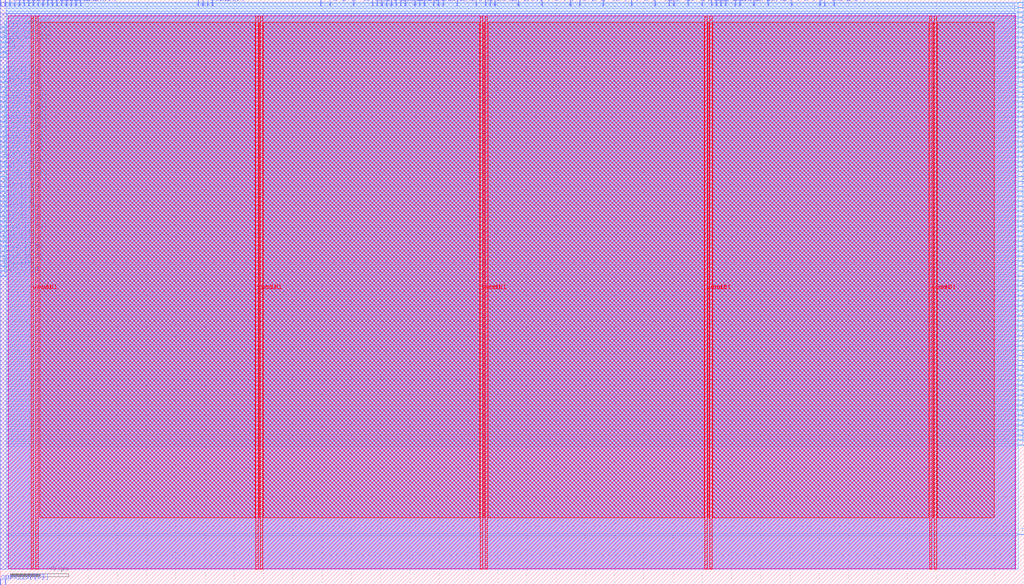
<source format=lef>
VERSION 5.7 ;
  NOWIREEXTENSIONATPIN ON ;
  DIVIDERCHAR "/" ;
  BUSBITCHARS "[]" ;
MACRO team_03
  CLASS BLOCK ;
  FOREIGN team_03 ;
  ORIGIN 0.000 0.000 ;
  SIZE 700.000 BY 400.000 ;
  PIN ACK_I
    DIRECTION INPUT ;
    USE SIGNAL ;
    ANTENNAGATEAREA 0.213000 ;
    ANTENNADIFFAREA 0.434700 ;
    PORT
      LAYER met2 ;
        RECT 12.970 396.000 13.250 400.000 ;
    END
  END ACK_I
  PIN ADR_O[0]
    DIRECTION OUTPUT ;
    USE SIGNAL ;
    ANTENNADIFFAREA 0.445500 ;
    PORT
      LAYER met2 ;
        RECT 267.350 396.000 267.630 400.000 ;
    END
  END ADR_O[0]
  PIN ADR_O[10]
    DIRECTION OUTPUT ;
    USE SIGNAL ;
    ANTENNADIFFAREA 0.445500 ;
    PORT
      LAYER met2 ;
        RECT 389.710 396.000 389.990 400.000 ;
    END
  END ADR_O[10]
  PIN ADR_O[11]
    DIRECTION OUTPUT ;
    USE SIGNAL ;
    ANTENNADIFFAREA 0.445500 ;
    PORT
      LAYER met2 ;
        RECT 396.150 396.000 396.430 400.000 ;
    END
  END ADR_O[11]
  PIN ADR_O[12]
    DIRECTION OUTPUT ;
    USE SIGNAL ;
    ANTENNADIFFAREA 0.445500 ;
    PORT
      LAYER met2 ;
        RECT 412.250 396.000 412.530 400.000 ;
    END
  END ADR_O[12]
  PIN ADR_O[13]
    DIRECTION OUTPUT ;
    USE SIGNAL ;
    ANTENNADIFFAREA 0.445500 ;
    PORT
      LAYER met2 ;
        RECT 447.670 396.000 447.950 400.000 ;
    END
  END ADR_O[13]
  PIN ADR_O[14]
    DIRECTION OUTPUT ;
    USE SIGNAL ;
    ANTENNADIFFAREA 0.445500 ;
    PORT
      LAYER met2 ;
        RECT 431.570 396.000 431.850 400.000 ;
    END
  END ADR_O[14]
  PIN ADR_O[15]
    DIRECTION OUTPUT ;
    USE SIGNAL ;
    ANTENNADIFFAREA 0.445500 ;
    PORT
      LAYER met2 ;
        RECT 470.210 396.000 470.490 400.000 ;
    END
  END ADR_O[15]
  PIN ADR_O[16]
    DIRECTION OUTPUT ;
    USE SIGNAL ;
    ANTENNADIFFAREA 0.445500 ;
    PORT
      LAYER met2 ;
        RECT 486.310 396.000 486.590 400.000 ;
    END
  END ADR_O[16]
  PIN ADR_O[17]
    DIRECTION OUTPUT ;
    USE SIGNAL ;
    ANTENNADIFFAREA 0.445500 ;
    PORT
      LAYER met2 ;
        RECT 502.410 396.000 502.690 400.000 ;
    END
  END ADR_O[17]
  PIN ADR_O[18]
    DIRECTION OUTPUT ;
    USE SIGNAL ;
    ANTENNADIFFAREA 0.445500 ;
    PORT
      LAYER met2 ;
        RECT 325.310 396.000 325.590 400.000 ;
    END
  END ADR_O[18]
  PIN ADR_O[19]
    DIRECTION OUTPUT ;
    USE SIGNAL ;
    ANTENNADIFFAREA 0.445500 ;
    PORT
      LAYER met2 ;
        RECT 334.970 396.000 335.250 400.000 ;
    END
  END ADR_O[19]
  PIN ADR_O[1]
    DIRECTION OUTPUT ;
    USE SIGNAL ;
    ANTENNADIFFAREA 0.445500 ;
    PORT
      LAYER met2 ;
        RECT 254.470 396.000 254.750 400.000 ;
    END
  END ADR_O[1]
  PIN ADR_O[20]
    DIRECTION OUTPUT ;
    USE SIGNAL ;
    ANTENNADIFFAREA 0.445500 ;
    PORT
      LAYER met2 ;
        RECT 312.430 396.000 312.710 400.000 ;
    END
  END ADR_O[20]
  PIN ADR_O[21]
    DIRECTION OUTPUT ;
    USE SIGNAL ;
    ANTENNADIFFAREA 0.445500 ;
    PORT
      LAYER met2 ;
        RECT 299.550 396.000 299.830 400.000 ;
    END
  END ADR_O[21]
  PIN ADR_O[22]
    DIRECTION OUTPUT ;
    USE SIGNAL ;
    ANTENNADIFFAREA 0.445500 ;
    PORT
      LAYER met2 ;
        RECT 283.450 396.000 283.730 400.000 ;
    END
  END ADR_O[22]
  PIN ADR_O[23]
    DIRECTION OUTPUT ;
    USE SIGNAL ;
    ANTENNADIFFAREA 0.445500 ;
    PORT
      LAYER met2 ;
        RECT 270.570 396.000 270.850 400.000 ;
    END
  END ADR_O[23]
  PIN ADR_O[24]
    DIRECTION OUTPUT ;
    USE SIGNAL ;
    ANTENNADIFFAREA 0.445500 ;
    PORT
      LAYER met2 ;
        RECT 241.590 396.000 241.870 400.000 ;
    END
  END ADR_O[24]
  PIN ADR_O[25]
    DIRECTION OUTPUT ;
    USE SIGNAL ;
    ANTENNADIFFAREA 0.445500 ;
    PORT
      LAYER met2 ;
        RECT 225.490 396.000 225.770 400.000 ;
    END
  END ADR_O[25]
  PIN ADR_O[26]
    DIRECTION OUTPUT ;
    USE SIGNAL ;
    ANTENNADIFFAREA 0.445500 ;
    PORT
      LAYER met2 ;
        RECT 219.050 396.000 219.330 400.000 ;
    END
  END ADR_O[26]
  PIN ADR_O[27]
    DIRECTION OUTPUT ;
    USE SIGNAL ;
    ANTENNADIFFAREA 0.795200 ;
    PORT
      LAYER met2 ;
        RECT 3.310 396.000 3.590 400.000 ;
    END
  END ADR_O[27]
  PIN ADR_O[28]
    DIRECTION OUTPUT ;
    USE SIGNAL ;
    ANTENNADIFFAREA 0.445500 ;
    PORT
      LAYER met2 ;
        RECT 41.950 396.000 42.230 400.000 ;
    END
  END ADR_O[28]
  PIN ADR_O[29]
    DIRECTION OUTPUT ;
    USE SIGNAL ;
    ANTENNADIFFAREA 0.445500 ;
    PORT
      LAYER met2 ;
        RECT 48.390 396.000 48.670 400.000 ;
    END
  END ADR_O[29]
  PIN ADR_O[2]
    DIRECTION OUTPUT ;
    USE SIGNAL ;
    ANTENNADIFFAREA 0.445500 ;
    PORT
      LAYER met2 ;
        RECT 570.030 396.000 570.310 400.000 ;
    END
  END ADR_O[2]
  PIN ADR_O[30]
    DIRECTION OUTPUT ;
    USE SIGNAL ;
    ANTENNADIFFAREA 0.445500 ;
    PORT
      LAYER met2 ;
        RECT 6.530 396.000 6.810 400.000 ;
    END
  END ADR_O[30]
  PIN ADR_O[31]
    DIRECTION OUTPUT ;
    USE SIGNAL ;
    ANTENNADIFFAREA 0.445500 ;
    PORT
      LAYER met2 ;
        RECT 9.750 396.000 10.030 400.000 ;
    END
  END ADR_O[31]
  PIN ADR_O[3]
    DIRECTION OUTPUT ;
    USE SIGNAL ;
    ANTENNADIFFAREA 0.445500 ;
    PORT
      LAYER met2 ;
        RECT 560.370 396.000 560.650 400.000 ;
    END
  END ADR_O[3]
  PIN ADR_O[4]
    DIRECTION OUTPUT ;
    USE SIGNAL ;
    ANTENNADIFFAREA 0.445500 ;
    PORT
      LAYER met2 ;
        RECT 541.050 396.000 541.330 400.000 ;
    END
  END ADR_O[4]
  PIN ADR_O[5]
    DIRECTION OUTPUT ;
    USE SIGNAL ;
    ANTENNADIFFAREA 0.445500 ;
    PORT
      LAYER met2 ;
        RECT 563.590 396.000 563.870 400.000 ;
    END
  END ADR_O[5]
  PIN ADR_O[6]
    DIRECTION OUTPUT ;
    USE SIGNAL ;
    ANTENNADIFFAREA 0.445500 ;
    PORT
      LAYER met2 ;
        RECT 524.950 396.000 525.230 400.000 ;
    END
  END ADR_O[6]
  PIN ADR_O[7]
    DIRECTION OUTPUT ;
    USE SIGNAL ;
    ANTENNADIFFAREA 0.445500 ;
    PORT
      LAYER met2 ;
        RECT 515.290 396.000 515.570 400.000 ;
    END
  END ADR_O[7]
  PIN ADR_O[8]
    DIRECTION OUTPUT ;
    USE SIGNAL ;
    ANTENNADIFFAREA 0.445500 ;
    PORT
      LAYER met2 ;
        RECT 370.390 396.000 370.670 400.000 ;
    END
  END ADR_O[8]
  PIN ADR_O[9]
    DIRECTION OUTPUT ;
    USE SIGNAL ;
    ANTENNADIFFAREA 0.445500 ;
    PORT
      LAYER met2 ;
        RECT 354.290 396.000 354.570 400.000 ;
    END
  END ADR_O[9]
  PIN CYC_O
    DIRECTION OUTPUT ;
    USE SIGNAL ;
    ANTENNADIFFAREA 0.445500 ;
    PORT
      LAYER met2 ;
        RECT 16.190 396.000 16.470 400.000 ;
    END
  END CYC_O
  PIN DAT_I[0]
    DIRECTION INPUT ;
    USE SIGNAL ;
    ANTENNAGATEAREA 0.196500 ;
    ANTENNADIFFAREA 0.434700 ;
    PORT
      LAYER met2 ;
        RECT 38.730 396.000 39.010 400.000 ;
    END
  END DAT_I[0]
  PIN DAT_I[10]
    DIRECTION INPUT ;
    USE SIGNAL ;
    ANTENNAGATEAREA 0.196500 ;
    ANTENNADIFFAREA 0.434700 ;
    PORT
      LAYER met3 ;
        RECT 0.000 210.840 4.000 211.440 ;
    END
  END DAT_I[10]
  PIN DAT_I[11]
    DIRECTION INPUT ;
    USE SIGNAL ;
    ANTENNAGATEAREA 0.196500 ;
    ANTENNADIFFAREA 0.434700 ;
    PORT
      LAYER met3 ;
        RECT 0.000 231.240 4.000 231.840 ;
    END
  END DAT_I[11]
  PIN DAT_I[12]
    DIRECTION INPUT ;
    USE SIGNAL ;
    ANTENNAGATEAREA 0.196500 ;
    ANTENNADIFFAREA 0.434700 ;
    PORT
      LAYER met3 ;
        RECT 0.000 251.640 4.000 252.240 ;
    END
  END DAT_I[12]
  PIN DAT_I[13]
    DIRECTION INPUT ;
    USE SIGNAL ;
    ANTENNAGATEAREA 0.196500 ;
    ANTENNADIFFAREA 0.434700 ;
    PORT
      LAYER met2 ;
        RECT 19.410 396.000 19.690 400.000 ;
    END
  END DAT_I[13]
  PIN DAT_I[14]
    DIRECTION INPUT ;
    USE SIGNAL ;
    ANTENNAGATEAREA 0.196500 ;
    ANTENNADIFFAREA 0.434700 ;
    PORT
      LAYER met3 ;
        RECT 0.000 265.240 4.000 265.840 ;
    END
  END DAT_I[14]
  PIN DAT_I[15]
    DIRECTION INPUT ;
    USE SIGNAL ;
    ANTENNAGATEAREA 0.196500 ;
    ANTENNADIFFAREA 0.434700 ;
    PORT
      LAYER met3 ;
        RECT 0.000 224.440 4.000 225.040 ;
    END
  END DAT_I[15]
  PIN DAT_I[16]
    DIRECTION INPUT ;
    USE SIGNAL ;
    ANTENNAGATEAREA 0.196500 ;
    ANTENNADIFFAREA 0.434700 ;
    PORT
      LAYER met3 ;
        RECT 0.000 350.240 4.000 350.840 ;
    END
  END DAT_I[16]
  PIN DAT_I[17]
    DIRECTION INPUT ;
    USE SIGNAL ;
    ANTENNAGATEAREA 0.196500 ;
    ANTENNADIFFAREA 0.434700 ;
    PORT
      LAYER met2 ;
        RECT 35.510 396.000 35.790 400.000 ;
    END
  END DAT_I[17]
  PIN DAT_I[18]
    DIRECTION INPUT ;
    USE SIGNAL ;
    ANTENNAGATEAREA 0.196500 ;
    ANTENNADIFFAREA 0.434700 ;
    PORT
      LAYER met3 ;
        RECT 0.000 268.640 4.000 269.240 ;
    END
  END DAT_I[18]
  PIN DAT_I[19]
    DIRECTION INPUT ;
    USE SIGNAL ;
    ANTENNAGATEAREA 0.196500 ;
    ANTENNADIFFAREA 0.434700 ;
    PORT
      LAYER met3 ;
        RECT 0.000 255.040 4.000 255.640 ;
    END
  END DAT_I[19]
  PIN DAT_I[1]
    DIRECTION INPUT ;
    USE SIGNAL ;
    ANTENNAGATEAREA 0.196500 ;
    ANTENNADIFFAREA 0.434700 ;
    PORT
      LAYER met2 ;
        RECT 32.290 396.000 32.570 400.000 ;
    END
  END DAT_I[1]
  PIN DAT_I[20]
    DIRECTION INPUT ;
    USE SIGNAL ;
    ANTENNAGATEAREA 0.196500 ;
    ANTENNADIFFAREA 0.434700 ;
    PORT
      LAYER met3 ;
        RECT 0.000 346.840 4.000 347.440 ;
    END
  END DAT_I[20]
  PIN DAT_I[21]
    DIRECTION INPUT ;
    USE SIGNAL ;
    ANTENNAGATEAREA 0.196500 ;
    ANTENNADIFFAREA 0.434700 ;
    PORT
      LAYER met3 ;
        RECT 0.000 248.240 4.000 248.840 ;
    END
  END DAT_I[21]
  PIN DAT_I[22]
    DIRECTION INPUT ;
    USE SIGNAL ;
    ANTENNAGATEAREA 0.196500 ;
    ANTENNADIFFAREA 0.434700 ;
    PORT
      LAYER met3 ;
        RECT 0.000 214.240 4.000 214.840 ;
    END
  END DAT_I[22]
  PIN DAT_I[23]
    DIRECTION INPUT ;
    USE SIGNAL ;
    ANTENNAGATEAREA 0.196500 ;
    ANTENNADIFFAREA 0.434700 ;
    PORT
      LAYER met2 ;
        RECT 0.090 396.000 0.370 400.000 ;
    END
  END DAT_I[23]
  PIN DAT_I[24]
    DIRECTION INPUT ;
    USE SIGNAL ;
    ANTENNAGATEAREA 0.196500 ;
    ANTENNADIFFAREA 0.434700 ;
    PORT
      LAYER met3 ;
        RECT 0.000 244.840 4.000 245.440 ;
    END
  END DAT_I[24]
  PIN DAT_I[25]
    DIRECTION INPUT ;
    USE SIGNAL ;
    ANTENNAGATEAREA 0.196500 ;
    ANTENNADIFFAREA 0.434700 ;
    PORT
      LAYER met2 ;
        RECT 45.170 396.000 45.450 400.000 ;
    END
  END DAT_I[25]
  PIN DAT_I[26]
    DIRECTION INPUT ;
    USE SIGNAL ;
    ANTENNAGATEAREA 0.196500 ;
    ANTENNADIFFAREA 0.434700 ;
    PORT
      LAYER met2 ;
        RECT 22.630 396.000 22.910 400.000 ;
    END
  END DAT_I[26]
  PIN DAT_I[27]
    DIRECTION INPUT ;
    USE SIGNAL ;
    ANTENNAGATEAREA 0.196500 ;
    ANTENNADIFFAREA 0.434700 ;
    PORT
      LAYER met2 ;
        RECT 29.070 396.000 29.350 400.000 ;
    END
  END DAT_I[27]
  PIN DAT_I[28]
    DIRECTION INPUT ;
    USE SIGNAL ;
    ANTENNAGATEAREA 0.196500 ;
    ANTENNADIFFAREA 0.434700 ;
    PORT
      LAYER met2 ;
        RECT 54.830 396.000 55.110 400.000 ;
    END
  END DAT_I[28]
  PIN DAT_I[29]
    DIRECTION INPUT ;
    USE SIGNAL ;
    ANTENNAGATEAREA 0.196500 ;
    ANTENNADIFFAREA 0.434700 ;
    PORT
      LAYER met2 ;
        RECT 51.610 396.000 51.890 400.000 ;
    END
  END DAT_I[29]
  PIN DAT_I[2]
    DIRECTION INPUT ;
    USE SIGNAL ;
    ANTENNAGATEAREA 0.196500 ;
    ANTENNADIFFAREA 0.434700 ;
    PORT
      LAYER met3 ;
        RECT 0.000 272.040 4.000 272.640 ;
    END
  END DAT_I[2]
  PIN DAT_I[30]
    DIRECTION INPUT ;
    USE SIGNAL ;
    ANTENNAGATEAREA 0.196500 ;
    ANTENNADIFFAREA 0.434700 ;
    PORT
      LAYER met2 ;
        RECT 25.850 396.000 26.130 400.000 ;
    END
  END DAT_I[30]
  PIN DAT_I[31]
    DIRECTION INPUT ;
    USE SIGNAL ;
    ANTENNAGATEAREA 0.196500 ;
    ANTENNADIFFAREA 0.434700 ;
    PORT
      LAYER met3 ;
        RECT 0.000 340.040 4.000 340.640 ;
    END
  END DAT_I[31]
  PIN DAT_I[3]
    DIRECTION INPUT ;
    USE SIGNAL ;
    ANTENNAGATEAREA 0.196500 ;
    ANTENNADIFFAREA 0.434700 ;
    PORT
      LAYER met3 ;
        RECT 0.000 261.840 4.000 262.440 ;
    END
  END DAT_I[3]
  PIN DAT_I[4]
    DIRECTION INPUT ;
    USE SIGNAL ;
    ANTENNAGATEAREA 0.196500 ;
    ANTENNADIFFAREA 0.434700 ;
    PORT
      LAYER met3 ;
        RECT 0.000 238.040 4.000 238.640 ;
    END
  END DAT_I[4]
  PIN DAT_I[5]
    DIRECTION INPUT ;
    USE SIGNAL ;
    ANTENNAGATEAREA 0.196500 ;
    ANTENNADIFFAREA 0.434700 ;
    PORT
      LAYER met3 ;
        RECT 0.000 289.040 4.000 289.640 ;
    END
  END DAT_I[5]
  PIN DAT_I[6]
    DIRECTION INPUT ;
    USE SIGNAL ;
    ANTENNAGATEAREA 0.196500 ;
    ANTENNADIFFAREA 0.434700 ;
    PORT
      LAYER met3 ;
        RECT 0.000 282.240 4.000 282.840 ;
    END
  END DAT_I[6]
  PIN DAT_I[7]
    DIRECTION INPUT ;
    USE SIGNAL ;
    ANTENNAGATEAREA 0.196500 ;
    ANTENNADIFFAREA 0.434700 ;
    PORT
      LAYER met3 ;
        RECT 0.000 234.640 4.000 235.240 ;
    END
  END DAT_I[7]
  PIN DAT_I[8]
    DIRECTION INPUT ;
    USE SIGNAL ;
    ANTENNAGATEAREA 0.196500 ;
    ANTENNADIFFAREA 0.434700 ;
    PORT
      LAYER met3 ;
        RECT 0.000 258.440 4.000 259.040 ;
    END
  END DAT_I[8]
  PIN DAT_I[9]
    DIRECTION INPUT ;
    USE SIGNAL ;
    ANTENNAGATEAREA 0.196500 ;
    ANTENNADIFFAREA 0.434700 ;
    PORT
      LAYER met3 ;
        RECT 0.000 217.640 4.000 218.240 ;
    END
  END DAT_I[9]
  PIN DAT_O[0]
    DIRECTION OUTPUT ;
    USE SIGNAL ;
    ANTENNADIFFAREA 0.795200 ;
    PORT
      LAYER met3 ;
        RECT 696.000 397.840 700.000 398.440 ;
    END
  END DAT_O[0]
  PIN DAT_O[10]
    DIRECTION OUTPUT ;
    USE SIGNAL ;
    ANTENNADIFFAREA 0.445500 ;
    PORT
      LAYER met3 ;
        RECT 696.000 95.240 700.000 95.840 ;
    END
  END DAT_O[10]
  PIN DAT_O[11]
    DIRECTION OUTPUT ;
    USE SIGNAL ;
    ANTENNADIFFAREA 0.445500 ;
    PORT
      LAYER met3 ;
        RECT 696.000 105.440 700.000 106.040 ;
    END
  END DAT_O[11]
  PIN DAT_O[12]
    DIRECTION OUTPUT ;
    USE SIGNAL ;
    ANTENNADIFFAREA 0.445500 ;
    PORT
      LAYER met3 ;
        RECT 696.000 112.240 700.000 112.840 ;
    END
  END DAT_O[12]
  PIN DAT_O[13]
    DIRECTION OUTPUT ;
    USE SIGNAL ;
    ANTENNADIFFAREA 0.445500 ;
    PORT
      LAYER met3 ;
        RECT 696.000 180.240 700.000 180.840 ;
    END
  END DAT_O[13]
  PIN DAT_O[14]
    DIRECTION OUTPUT ;
    USE SIGNAL ;
    ANTENNADIFFAREA 0.445500 ;
    PORT
      LAYER met3 ;
        RECT 696.000 146.240 700.000 146.840 ;
    END
  END DAT_O[14]
  PIN DAT_O[15]
    DIRECTION OUTPUT ;
    USE SIGNAL ;
    ANTENNADIFFAREA 0.445500 ;
    PORT
      LAYER met3 ;
        RECT 696.000 149.640 700.000 150.240 ;
    END
  END DAT_O[15]
  PIN DAT_O[16]
    DIRECTION OUTPUT ;
    USE SIGNAL ;
    ANTENNADIFFAREA 0.445500 ;
    PORT
      LAYER met3 ;
        RECT 696.000 200.640 700.000 201.240 ;
    END
  END DAT_O[16]
  PIN DAT_O[17]
    DIRECTION OUTPUT ;
    USE SIGNAL ;
    ANTENNADIFFAREA 0.445500 ;
    PORT
      LAYER met3 ;
        RECT 696.000 265.240 700.000 265.840 ;
    END
  END DAT_O[17]
  PIN DAT_O[18]
    DIRECTION OUTPUT ;
    USE SIGNAL ;
    ANTENNADIFFAREA 0.445500 ;
    PORT
      LAYER met3 ;
        RECT 696.000 370.640 700.000 371.240 ;
    END
  END DAT_O[18]
  PIN DAT_O[19]
    DIRECTION OUTPUT ;
    USE SIGNAL ;
    ANTENNADIFFAREA 0.445500 ;
    PORT
      LAYER met3 ;
        RECT 696.000 98.640 700.000 99.240 ;
    END
  END DAT_O[19]
  PIN DAT_O[1]
    DIRECTION OUTPUT ;
    USE SIGNAL ;
    ANTENNADIFFAREA 0.445500 ;
    PORT
      LAYER met3 ;
        RECT 696.000 119.040 700.000 119.640 ;
    END
  END DAT_O[1]
  PIN DAT_O[20]
    DIRECTION OUTPUT ;
    USE SIGNAL ;
    ANTENNADIFFAREA 0.445500 ;
    PORT
      LAYER met3 ;
        RECT 696.000 217.640 700.000 218.240 ;
    END
  END DAT_O[20]
  PIN DAT_O[21]
    DIRECTION OUTPUT ;
    USE SIGNAL ;
    ANTENNADIFFAREA 0.445500 ;
    PORT
      LAYER met3 ;
        RECT 696.000 272.040 700.000 272.640 ;
    END
  END DAT_O[21]
  PIN DAT_O[22]
    DIRECTION OUTPUT ;
    USE SIGNAL ;
    ANTENNADIFFAREA 0.445500 ;
    PORT
      LAYER met3 ;
        RECT 696.000 268.640 700.000 269.240 ;
    END
  END DAT_O[22]
  PIN DAT_O[23]
    DIRECTION OUTPUT ;
    USE SIGNAL ;
    ANTENNADIFFAREA 0.445500 ;
    PORT
      LAYER met3 ;
        RECT 696.000 380.840 700.000 381.440 ;
    END
  END DAT_O[23]
  PIN DAT_O[24]
    DIRECTION OUTPUT ;
    USE SIGNAL ;
    ANTENNADIFFAREA 0.445500 ;
    PORT
      LAYER met3 ;
        RECT 696.000 329.840 700.000 330.440 ;
    END
  END DAT_O[24]
  PIN DAT_O[25]
    DIRECTION OUTPUT ;
    USE SIGNAL ;
    ANTENNADIFFAREA 0.445500 ;
    PORT
      LAYER met3 ;
        RECT 696.000 323.040 700.000 323.640 ;
    END
  END DAT_O[25]
  PIN DAT_O[26]
    DIRECTION OUTPUT ;
    USE SIGNAL ;
    ANTENNADIFFAREA 0.445500 ;
    PORT
      LAYER met3 ;
        RECT 696.000 261.840 700.000 262.440 ;
    END
  END DAT_O[26]
  PIN DAT_O[27]
    DIRECTION OUTPUT ;
    USE SIGNAL ;
    ANTENNADIFFAREA 0.445500 ;
    PORT
      LAYER met2 ;
        RECT 479.870 396.000 480.150 400.000 ;
    END
  END DAT_O[27]
  PIN DAT_O[28]
    DIRECTION OUTPUT ;
    USE SIGNAL ;
    ANTENNADIFFAREA 0.445500 ;
    PORT
      LAYER met3 ;
        RECT 696.000 326.440 700.000 327.040 ;
    END
  END DAT_O[28]
  PIN DAT_O[29]
    DIRECTION OUTPUT ;
    USE SIGNAL ;
    ANTENNADIFFAREA 0.445500 ;
    PORT
      LAYER met3 ;
        RECT 696.000 360.440 700.000 361.040 ;
    END
  END DAT_O[29]
  PIN DAT_O[2]
    DIRECTION OUTPUT ;
    USE SIGNAL ;
    ANTENNADIFFAREA 0.445500 ;
    PORT
      LAYER met3 ;
        RECT 696.000 166.640 700.000 167.240 ;
    END
  END DAT_O[2]
  PIN DAT_O[30]
    DIRECTION OUTPUT ;
    USE SIGNAL ;
    ANTENNADIFFAREA 0.445500 ;
    PORT
      LAYER met3 ;
        RECT 696.000 391.040 700.000 391.640 ;
    END
  END DAT_O[30]
  PIN DAT_O[31]
    DIRECTION OUTPUT ;
    USE SIGNAL ;
    ANTENNADIFFAREA 0.445500 ;
    PORT
      LAYER met3 ;
        RECT 696.000 224.440 700.000 225.040 ;
    END
  END DAT_O[31]
  PIN DAT_O[3]
    DIRECTION OUTPUT ;
    USE SIGNAL ;
    ANTENNADIFFAREA 0.445500 ;
    PORT
      LAYER met3 ;
        RECT 696.000 153.040 700.000 153.640 ;
    END
  END DAT_O[3]
  PIN DAT_O[4]
    DIRECTION OUTPUT ;
    USE SIGNAL ;
    ANTENNADIFFAREA 0.445500 ;
    PORT
      LAYER met3 ;
        RECT 696.000 163.240 700.000 163.840 ;
    END
  END DAT_O[4]
  PIN DAT_O[5]
    DIRECTION OUTPUT ;
    USE SIGNAL ;
    ANTENNADIFFAREA 0.445500 ;
    PORT
      LAYER met3 ;
        RECT 696.000 142.840 700.000 143.440 ;
    END
  END DAT_O[5]
  PIN DAT_O[6]
    DIRECTION OUTPUT ;
    USE SIGNAL ;
    ANTENNADIFFAREA 0.445500 ;
    PORT
      LAYER met3 ;
        RECT 696.000 136.040 700.000 136.640 ;
    END
  END DAT_O[6]
  PIN DAT_O[7]
    DIRECTION OUTPUT ;
    USE SIGNAL ;
    ANTENNADIFFAREA 0.445500 ;
    PORT
      LAYER met3 ;
        RECT 696.000 214.240 700.000 214.840 ;
    END
  END DAT_O[7]
  PIN DAT_O[8]
    DIRECTION OUTPUT ;
    USE SIGNAL ;
    ANTENNADIFFAREA 0.445500 ;
    PORT
      LAYER met3 ;
        RECT 696.000 132.640 700.000 133.240 ;
    END
  END DAT_O[8]
  PIN DAT_O[9]
    DIRECTION OUTPUT ;
    USE SIGNAL ;
    ANTENNADIFFAREA 0.445500 ;
    PORT
      LAYER met3 ;
        RECT 696.000 374.040 700.000 374.640 ;
    END
  END DAT_O[9]
  PIN SEL_O[0]
    DIRECTION OUTPUT ;
    USE SIGNAL ;
    ANTENNADIFFAREA 0.445500 ;
    PORT
      LAYER met2 ;
        RECT 144.990 396.000 145.270 400.000 ;
    END
  END SEL_O[0]
  PIN SEL_O[1]
    DIRECTION OUTPUT ;
    USE SIGNAL ;
    ANTENNADIFFAREA 0.445500 ;
    PORT
      LAYER met2 ;
        RECT 138.550 396.000 138.830 400.000 ;
    END
  END SEL_O[1]
  PIN SEL_O[2]
    DIRECTION OUTPUT ;
    USE SIGNAL ;
    ANTENNADIFFAREA 0.445500 ;
    PORT
      LAYER met2 ;
        RECT 141.770 396.000 142.050 400.000 ;
    END
  END SEL_O[2]
  PIN SEL_O[3]
    DIRECTION OUTPUT ;
    USE SIGNAL ;
    ANTENNADIFFAREA 0.445500 ;
    PORT
      LAYER met2 ;
        RECT 135.330 396.000 135.610 400.000 ;
    END
  END SEL_O[3]
  PIN STB_O
    DIRECTION OUTPUT ;
    USE SIGNAL ;
    ANTENNADIFFAREA 0.445500 ;
    PORT
      LAYER met3 ;
        RECT 0.000 363.840 4.000 364.440 ;
    END
  END STB_O
  PIN WE_O
    DIRECTION OUTPUT ;
    USE SIGNAL ;
    ANTENNADIFFAREA 0.445500 ;
    PORT
      LAYER met3 ;
        RECT 696.000 353.640 700.000 354.240 ;
    END
  END WE_O
  PIN clk
    DIRECTION INPUT ;
    USE SIGNAL ;
    ANTENNAGATEAREA 0.852000 ;
    ANTENNADIFFAREA 0.434700 ;
    PORT
      LAYER met3 ;
        RECT 0.000 367.240 4.000 367.840 ;
    END
  END clk
  PIN en
    DIRECTION INPUT ;
    USE SIGNAL ;
    ANTENNAGATEAREA 0.159000 ;
    ANTENNADIFFAREA 0.434700 ;
    PORT
      LAYER met3 ;
        RECT 0.000 360.440 4.000 361.040 ;
    END
  END en
  PIN gpio_in[0]
    DIRECTION INPUT ;
    USE SIGNAL ;
    ANTENNAGATEAREA 0.196500 ;
    ANTENNADIFFAREA 0.434700 ;
    PORT
      LAYER met3 ;
        RECT 0.000 295.840 4.000 296.440 ;
    END
  END gpio_in[0]
  PIN gpio_in[10]
    DIRECTION INPUT ;
    USE SIGNAL ;
    ANTENNAGATEAREA 0.196500 ;
    ANTENNADIFFAREA 0.434700 ;
    PORT
      LAYER met2 ;
        RECT 289.890 396.000 290.170 400.000 ;
    END
  END gpio_in[10]
  PIN gpio_in[11]
    DIRECTION INPUT ;
    USE SIGNAL ;
    ANTENNAGATEAREA 0.196500 ;
    ANTENNADIFFAREA 0.434700 ;
    PORT
      LAYER met2 ;
        RECT 257.690 396.000 257.970 400.000 ;
    END
  END gpio_in[11]
  PIN gpio_in[12]
    DIRECTION INPUT ;
    USE SIGNAL ;
    ANTENNAGATEAREA 0.196500 ;
    ANTENNADIFFAREA 0.434700 ;
    PORT
      LAYER met2 ;
        RECT 296.330 396.000 296.610 400.000 ;
    END
  END gpio_in[12]
  PIN gpio_in[13]
    DIRECTION INPUT ;
    USE SIGNAL ;
    ANTENNAGATEAREA 0.196500 ;
    ANTENNADIFFAREA 0.434700 ;
    PORT
      LAYER met3 ;
        RECT 0.000 329.840 4.000 330.440 ;
    END
  END gpio_in[13]
  PIN gpio_in[14]
    DIRECTION INPUT ;
    USE SIGNAL ;
    ANTENNAGATEAREA 0.196500 ;
    ANTENNADIFFAREA 0.434700 ;
    PORT
      LAYER met2 ;
        RECT 273.790 396.000 274.070 400.000 ;
    END
  END gpio_in[14]
  PIN gpio_in[15]
    DIRECTION INPUT ;
    USE SIGNAL ;
    ANTENNAGATEAREA 0.196500 ;
    ANTENNADIFFAREA 0.434700 ;
    PORT
      LAYER met2 ;
        RECT 338.190 396.000 338.470 400.000 ;
    END
  END gpio_in[15]
  PIN gpio_in[16]
    DIRECTION INPUT ;
    USE SIGNAL ;
    ANTENNAGATEAREA 0.196500 ;
    ANTENNADIFFAREA 0.434700 ;
    PORT
      LAYER met3 ;
        RECT 0.000 285.640 4.000 286.240 ;
    END
  END gpio_in[16]
  PIN gpio_in[17]
    DIRECTION INPUT ;
    USE SIGNAL ;
    ANTENNAGATEAREA 0.196500 ;
    ANTENNADIFFAREA 0.434700 ;
    PORT
      LAYER met3 ;
        RECT 0.000 292.440 4.000 293.040 ;
    END
  END gpio_in[17]
  PIN gpio_in[18]
    DIRECTION INPUT ;
    USE SIGNAL ;
    ANTENNAGATEAREA 0.196500 ;
    ANTENNADIFFAREA 0.434700 ;
    PORT
      LAYER met3 ;
        RECT 0.000 278.840 4.000 279.440 ;
    END
  END gpio_in[18]
  PIN gpio_in[19]
    DIRECTION INPUT ;
    USE SIGNAL ;
    ANTENNAGATEAREA 0.196500 ;
    ANTENNADIFFAREA 0.434700 ;
    PORT
      LAYER met3 ;
        RECT 0.000 275.440 4.000 276.040 ;
    END
  END gpio_in[19]
  PIN gpio_in[1]
    DIRECTION INPUT ;
    USE SIGNAL ;
    ANTENNAGATEAREA 0.196500 ;
    ANTENNADIFFAREA 0.434700 ;
    PORT
      LAYER met3 ;
        RECT 0.000 302.640 4.000 303.240 ;
    END
  END gpio_in[1]
  PIN gpio_in[20]
    DIRECTION INPUT ;
    USE SIGNAL ;
    ANTENNAGATEAREA 0.196500 ;
    ANTENNADIFFAREA 0.434700 ;
    PORT
      LAYER met3 ;
        RECT 0.000 299.240 4.000 299.840 ;
    END
  END gpio_in[20]
  PIN gpio_in[21]
    DIRECTION INPUT ;
    USE SIGNAL ;
    ANTENNAGATEAREA 0.196500 ;
    ANTENNADIFFAREA 0.434700 ;
    PORT
      LAYER met2 ;
        RECT 331.750 396.000 332.030 400.000 ;
    END
  END gpio_in[21]
  PIN gpio_in[22]
    DIRECTION INPUT ;
    USE SIGNAL ;
    ANTENNAGATEAREA 0.196500 ;
    ANTENNADIFFAREA 0.434700 ;
    PORT
      LAYER met2 ;
        RECT 264.130 396.000 264.410 400.000 ;
    END
  END gpio_in[22]
  PIN gpio_in[23]
    DIRECTION INPUT ;
    USE SIGNAL ;
    ANTENNAGATEAREA 0.196500 ;
    ANTENNADIFFAREA 0.434700 ;
    PORT
      LAYER met3 ;
        RECT 0.000 309.440 4.000 310.040 ;
    END
  END gpio_in[23]
  PIN gpio_in[24]
    DIRECTION INPUT ;
    USE SIGNAL ;
    ANTENNAGATEAREA 0.196500 ;
    ANTENNADIFFAREA 0.434700 ;
    PORT
      LAYER met3 ;
        RECT 0.000 241.440 4.000 242.040 ;
    END
  END gpio_in[24]
  PIN gpio_in[25]
    DIRECTION INPUT ;
    USE SIGNAL ;
    ANTENNAGATEAREA 0.196500 ;
    ANTENNADIFFAREA 0.434700 ;
    PORT
      LAYER met3 ;
        RECT 0.000 316.240 4.000 316.840 ;
    END
  END gpio_in[25]
  PIN gpio_in[26]
    DIRECTION INPUT ;
    USE SIGNAL ;
    ANTENNAGATEAREA 0.196500 ;
    ANTENNADIFFAREA 0.434700 ;
    PORT
      LAYER met3 ;
        RECT 0.000 326.440 4.000 327.040 ;
    END
  END gpio_in[26]
  PIN gpio_in[27]
    DIRECTION INPUT ;
    USE SIGNAL ;
    ANTENNAGATEAREA 0.196500 ;
    ANTENNADIFFAREA 0.434700 ;
    PORT
      LAYER met3 ;
        RECT 0.000 312.840 4.000 313.440 ;
    END
  END gpio_in[27]
  PIN gpio_in[28]
    DIRECTION INPUT ;
    USE SIGNAL ;
    ANTENNAGATEAREA 0.196500 ;
    ANTENNADIFFAREA 0.434700 ;
    PORT
      LAYER met3 ;
        RECT 0.000 323.040 4.000 323.640 ;
    END
  END gpio_in[28]
  PIN gpio_in[29]
    DIRECTION INPUT ;
    USE SIGNAL ;
    ANTENNAGATEAREA 0.196500 ;
    ANTENNADIFFAREA 0.434700 ;
    PORT
      LAYER met3 ;
        RECT 0.000 319.640 4.000 320.240 ;
    END
  END gpio_in[29]
  PIN gpio_in[2]
    DIRECTION INPUT ;
    USE SIGNAL ;
    ANTENNAGATEAREA 0.196500 ;
    ANTENNADIFFAREA 0.434700 ;
    PORT
      LAYER met2 ;
        RECT 277.010 396.000 277.290 400.000 ;
    END
  END gpio_in[2]
  PIN gpio_in[30]
    DIRECTION INPUT ;
    USE SIGNAL ;
    ANTENNAGATEAREA 0.196500 ;
    ANTENNADIFFAREA 0.434700 ;
    PORT
      LAYER met3 ;
        RECT 0.000 306.040 4.000 306.640 ;
    END
  END gpio_in[30]
  PIN gpio_in[31]
    DIRECTION INPUT ;
    USE SIGNAL ;
    ANTENNAGATEAREA 0.196500 ;
    ANTENNADIFFAREA 0.434700 ;
    PORT
      LAYER met3 ;
        RECT 0.000 333.240 4.000 333.840 ;
    END
  END gpio_in[31]
  PIN gpio_in[32]
    DIRECTION INPUT ;
    USE SIGNAL ;
    PORT
      LAYER met2 ;
        RECT 0.090 0.000 0.370 4.000 ;
    END
  END gpio_in[32]
  PIN gpio_in[33]
    DIRECTION INPUT ;
    USE SIGNAL ;
    PORT
      LAYER met2 ;
        RECT 3.310 0.000 3.590 4.000 ;
    END
  END gpio_in[33]
  PIN gpio_in[3]
    DIRECTION INPUT ;
    USE SIGNAL ;
    ANTENNAGATEAREA 0.196500 ;
    ANTENNADIFFAREA 0.434700 ;
    PORT
      LAYER met2 ;
        RECT 260.910 396.000 261.190 400.000 ;
    END
  END gpio_in[3]
  PIN gpio_in[4]
    DIRECTION INPUT ;
    USE SIGNAL ;
    ANTENNAGATEAREA 0.196500 ;
    ANTENNADIFFAREA 0.434700 ;
    PORT
      LAYER met2 ;
        RECT 302.770 396.000 303.050 400.000 ;
    END
  END gpio_in[4]
  PIN gpio_in[5]
    DIRECTION INPUT ;
    USE SIGNAL ;
    ANTENNAGATEAREA 0.196500 ;
    ANTENNADIFFAREA 0.434700 ;
    PORT
      LAYER met3 ;
        RECT 0.000 336.640 4.000 337.240 ;
    END
  END gpio_in[5]
  PIN gpio_in[6]
    DIRECTION INPUT ;
    USE SIGNAL ;
    ANTENNAGATEAREA 0.196500 ;
    ANTENNADIFFAREA 0.434700 ;
    PORT
      LAYER met3 ;
        RECT 0.000 343.440 4.000 344.040 ;
    END
  END gpio_in[6]
  PIN gpio_in[7]
    DIRECTION INPUT ;
    USE SIGNAL ;
    ANTENNAGATEAREA 0.196500 ;
    ANTENNADIFFAREA 0.434700 ;
    PORT
      LAYER met3 ;
        RECT 0.000 221.040 4.000 221.640 ;
    END
  END gpio_in[7]
  PIN gpio_in[8]
    DIRECTION INPUT ;
    USE SIGNAL ;
    ANTENNAGATEAREA 0.196500 ;
    ANTENNADIFFAREA 0.434700 ;
    PORT
      LAYER met2 ;
        RECT 286.670 396.000 286.950 400.000 ;
    END
  END gpio_in[8]
  PIN gpio_in[9]
    DIRECTION INPUT ;
    USE SIGNAL ;
    ANTENNAGATEAREA 0.196500 ;
    ANTENNADIFFAREA 0.434700 ;
    PORT
      LAYER met3 ;
        RECT 0.000 227.840 4.000 228.440 ;
    END
  END gpio_in[9]
  PIN gpio_oeb[0]
    DIRECTION OUTPUT ;
    USE SIGNAL ;
    ANTENNADIFFAREA 0.445500 ;
    PORT
      LAYER met3 ;
        RECT 696.000 336.640 700.000 337.240 ;
    END
  END gpio_oeb[0]
  PIN gpio_oeb[10]
    DIRECTION OUTPUT ;
    USE SIGNAL ;
    ANTENNADIFFAREA 0.445500 ;
    PORT
      LAYER met3 ;
        RECT 696.000 231.240 700.000 231.840 ;
    END
  END gpio_oeb[10]
  PIN gpio_oeb[11]
    DIRECTION OUTPUT ;
    USE SIGNAL ;
    ANTENNADIFFAREA 0.445500 ;
    PORT
      LAYER met3 ;
        RECT 696.000 125.840 700.000 126.440 ;
    END
  END gpio_oeb[11]
  PIN gpio_oeb[12]
    DIRECTION OUTPUT ;
    USE SIGNAL ;
    ANTENNADIFFAREA 0.445500 ;
    PORT
      LAYER met3 ;
        RECT 696.000 122.440 700.000 123.040 ;
    END
  END gpio_oeb[12]
  PIN gpio_oeb[13]
    DIRECTION OUTPUT ;
    USE SIGNAL ;
    ANTENNADIFFAREA 0.445500 ;
    PORT
      LAYER met3 ;
        RECT 696.000 176.840 700.000 177.440 ;
    END
  END gpio_oeb[13]
  PIN gpio_oeb[14]
    DIRECTION OUTPUT ;
    USE SIGNAL ;
    ANTENNADIFFAREA 0.445500 ;
    PORT
      LAYER met3 ;
        RECT 696.000 278.840 700.000 279.440 ;
    END
  END gpio_oeb[14]
  PIN gpio_oeb[15]
    DIRECTION OUTPUT ;
    USE SIGNAL ;
    ANTENNADIFFAREA 0.445500 ;
    PORT
      LAYER met3 ;
        RECT 696.000 159.840 700.000 160.440 ;
    END
  END gpio_oeb[15]
  PIN gpio_oeb[16]
    DIRECTION OUTPUT ;
    USE SIGNAL ;
    ANTENNADIFFAREA 0.445500 ;
    PORT
      LAYER met3 ;
        RECT 696.000 183.640 700.000 184.240 ;
    END
  END gpio_oeb[16]
  PIN gpio_oeb[17]
    DIRECTION OUTPUT ;
    USE SIGNAL ;
    ANTENNADIFFAREA 0.445500 ;
    PORT
      LAYER met3 ;
        RECT 696.000 207.440 700.000 208.040 ;
    END
  END gpio_oeb[17]
  PIN gpio_oeb[18]
    DIRECTION OUTPUT ;
    USE SIGNAL ;
    ANTENNADIFFAREA 0.445500 ;
    PORT
      LAYER met3 ;
        RECT 696.000 367.240 700.000 367.840 ;
    END
  END gpio_oeb[18]
  PIN gpio_oeb[19]
    DIRECTION OUTPUT ;
    USE SIGNAL ;
    ANTENNADIFFAREA 0.445500 ;
    PORT
      LAYER met3 ;
        RECT 696.000 302.640 700.000 303.240 ;
    END
  END gpio_oeb[19]
  PIN gpio_oeb[1]
    DIRECTION OUTPUT ;
    USE SIGNAL ;
    ANTENNADIFFAREA 0.445500 ;
    PORT
      LAYER met3 ;
        RECT 696.000 299.240 700.000 299.840 ;
    END
  END gpio_oeb[1]
  PIN gpio_oeb[20]
    DIRECTION OUTPUT ;
    USE SIGNAL ;
    ANTENNADIFFAREA 0.445500 ;
    PORT
      LAYER met2 ;
        RECT 495.970 396.000 496.250 400.000 ;
    END
  END gpio_oeb[20]
  PIN gpio_oeb[21]
    DIRECTION OUTPUT ;
    USE SIGNAL ;
    ANTENNADIFFAREA 0.445500 ;
    PORT
      LAYER met3 ;
        RECT 696.000 258.440 700.000 259.040 ;
    END
  END gpio_oeb[21]
  PIN gpio_oeb[22]
    DIRECTION OUTPUT ;
    USE SIGNAL ;
    ANTENNADIFFAREA 0.445500 ;
    PORT
      LAYER met2 ;
        RECT 492.750 396.000 493.030 400.000 ;
    END
  END gpio_oeb[22]
  PIN gpio_oeb[23]
    DIRECTION OUTPUT ;
    USE SIGNAL ;
    ANTENNADIFFAREA 0.445500 ;
    PORT
      LAYER met3 ;
        RECT 696.000 387.640 700.000 388.240 ;
    END
  END gpio_oeb[23]
  PIN gpio_oeb[24]
    DIRECTION OUTPUT ;
    USE SIGNAL ;
    ANTENNADIFFAREA 0.445500 ;
    PORT
      LAYER met3 ;
        RECT 696.000 333.240 700.000 333.840 ;
    END
  END gpio_oeb[24]
  PIN gpio_oeb[25]
    DIRECTION OUTPUT ;
    USE SIGNAL ;
    ANTENNADIFFAREA 0.445500 ;
    PORT
      LAYER met3 ;
        RECT 696.000 319.640 700.000 320.240 ;
    END
  END gpio_oeb[25]
  PIN gpio_oeb[26]
    DIRECTION OUTPUT ;
    USE SIGNAL ;
    ANTENNADIFFAREA 0.445500 ;
    PORT
      LAYER met3 ;
        RECT 696.000 197.240 700.000 197.840 ;
    END
  END gpio_oeb[26]
  PIN gpio_oeb[27]
    DIRECTION OUTPUT ;
    USE SIGNAL ;
    ANTENNADIFFAREA 0.445500 ;
    PORT
      LAYER met2 ;
        RECT 460.550 396.000 460.830 400.000 ;
    END
  END gpio_oeb[27]
  PIN gpio_oeb[28]
    DIRECTION OUTPUT ;
    USE SIGNAL ;
    ANTENNADIFFAREA 0.445500 ;
    PORT
      LAYER met3 ;
        RECT 696.000 312.840 700.000 313.440 ;
    END
  END gpio_oeb[28]
  PIN gpio_oeb[29]
    DIRECTION OUTPUT ;
    USE SIGNAL ;
    ANTENNADIFFAREA 0.795200 ;
    PORT
      LAYER met3 ;
        RECT 696.000 394.440 700.000 395.040 ;
    END
  END gpio_oeb[29]
  PIN gpio_oeb[2]
    DIRECTION OUTPUT ;
    USE SIGNAL ;
    ANTENNADIFFAREA 0.445500 ;
    PORT
      LAYER met3 ;
        RECT 696.000 241.440 700.000 242.040 ;
    END
  END gpio_oeb[2]
  PIN gpio_oeb[30]
    DIRECTION OUTPUT ;
    USE SIGNAL ;
    ANTENNADIFFAREA 0.445500 ;
    PORT
      LAYER met3 ;
        RECT 696.000 102.040 700.000 102.640 ;
    END
  END gpio_oeb[30]
  PIN gpio_oeb[31]
    DIRECTION OUTPUT ;
    USE SIGNAL ;
    ANTENNADIFFAREA 0.445500 ;
    PORT
      LAYER met3 ;
        RECT 696.000 244.840 700.000 245.440 ;
    END
  END gpio_oeb[31]
  PIN gpio_oeb[32]
    DIRECTION OUTPUT ;
    USE SIGNAL ;
    ANTENNADIFFAREA 0.445500 ;
    PORT
      LAYER met3 ;
        RECT 0.000 380.840 4.000 381.440 ;
    END
  END gpio_oeb[32]
  PIN gpio_oeb[33]
    DIRECTION OUTPUT ;
    USE SIGNAL ;
    ANTENNADIFFAREA 0.445500 ;
    PORT
      LAYER met3 ;
        RECT 0.000 374.040 4.000 374.640 ;
    END
  END gpio_oeb[33]
  PIN gpio_oeb[3]
    DIRECTION OUTPUT ;
    USE SIGNAL ;
    ANTENNADIFFAREA 0.445500 ;
    PORT
      LAYER met3 ;
        RECT 696.000 275.440 700.000 276.040 ;
    END
  END gpio_oeb[3]
  PIN gpio_oeb[4]
    DIRECTION OUTPUT ;
    USE SIGNAL ;
    ANTENNADIFFAREA 0.445500 ;
    PORT
      LAYER met3 ;
        RECT 696.000 238.040 700.000 238.640 ;
    END
  END gpio_oeb[4]
  PIN gpio_oeb[5]
    DIRECTION OUTPUT ;
    USE SIGNAL ;
    ANTENNADIFFAREA 0.445500 ;
    PORT
      LAYER met3 ;
        RECT 696.000 255.040 700.000 255.640 ;
    END
  END gpio_oeb[5]
  PIN gpio_oeb[6]
    DIRECTION OUTPUT ;
    USE SIGNAL ;
    ANTENNADIFFAREA 0.445500 ;
    PORT
      LAYER met3 ;
        RECT 696.000 285.640 700.000 286.240 ;
    END
  END gpio_oeb[6]
  PIN gpio_oeb[7]
    DIRECTION OUTPUT ;
    USE SIGNAL ;
    ANTENNADIFFAREA 0.445500 ;
    PORT
      LAYER met3 ;
        RECT 696.000 251.640 700.000 252.240 ;
    END
  END gpio_oeb[7]
  PIN gpio_oeb[8]
    DIRECTION OUTPUT ;
    USE SIGNAL ;
    ANTENNADIFFAREA 0.445500 ;
    PORT
      LAYER met3 ;
        RECT 696.000 129.240 700.000 129.840 ;
    END
  END gpio_oeb[8]
  PIN gpio_oeb[9]
    DIRECTION OUTPUT ;
    USE SIGNAL ;
    ANTENNADIFFAREA 0.445500 ;
    PORT
      LAYER met3 ;
        RECT 696.000 343.440 700.000 344.040 ;
    END
  END gpio_oeb[9]
  PIN gpio_out[0]
    DIRECTION OUTPUT ;
    USE SIGNAL ;
    ANTENNADIFFAREA 0.445500 ;
    PORT
      LAYER met3 ;
        RECT 696.000 309.440 700.000 310.040 ;
    END
  END gpio_out[0]
  PIN gpio_out[10]
    DIRECTION OUTPUT ;
    USE SIGNAL ;
    ANTENNADIFFAREA 0.445500 ;
    PORT
      LAYER met3 ;
        RECT 696.000 234.640 700.000 235.240 ;
    END
  END gpio_out[10]
  PIN gpio_out[11]
    DIRECTION OUTPUT ;
    USE SIGNAL ;
    ANTENNADIFFAREA 0.445500 ;
    PORT
      LAYER met3 ;
        RECT 696.000 295.840 700.000 296.440 ;
    END
  END gpio_out[11]
  PIN gpio_out[12]
    DIRECTION OUTPUT ;
    USE SIGNAL ;
    ANTENNADIFFAREA 0.445500 ;
    PORT
      LAYER met3 ;
        RECT 696.000 115.640 700.000 116.240 ;
    END
  END gpio_out[12]
  PIN gpio_out[13]
    DIRECTION OUTPUT ;
    USE SIGNAL ;
    ANTENNADIFFAREA 0.445500 ;
    PORT
      LAYER met3 ;
        RECT 696.000 173.440 700.000 174.040 ;
    END
  END gpio_out[13]
  PIN gpio_out[14]
    DIRECTION OUTPUT ;
    USE SIGNAL ;
    ANTENNADIFFAREA 0.445500 ;
    PORT
      LAYER met3 ;
        RECT 696.000 282.240 700.000 282.840 ;
    END
  END gpio_out[14]
  PIN gpio_out[15]
    DIRECTION OUTPUT ;
    USE SIGNAL ;
    ANTENNADIFFAREA 0.445500 ;
    PORT
      LAYER met3 ;
        RECT 696.000 156.440 700.000 157.040 ;
    END
  END gpio_out[15]
  PIN gpio_out[16]
    DIRECTION OUTPUT ;
    USE SIGNAL ;
    ANTENNADIFFAREA 0.445500 ;
    PORT
      LAYER met3 ;
        RECT 696.000 187.040 700.000 187.640 ;
    END
  END gpio_out[16]
  PIN gpio_out[17]
    DIRECTION OUTPUT ;
    USE SIGNAL ;
    ANTENNADIFFAREA 0.445500 ;
    PORT
      LAYER met3 ;
        RECT 696.000 193.840 700.000 194.440 ;
    END
  END gpio_out[17]
  PIN gpio_out[18]
    DIRECTION OUTPUT ;
    USE SIGNAL ;
    ANTENNADIFFAREA 0.445500 ;
    PORT
      LAYER met3 ;
        RECT 696.000 363.840 700.000 364.440 ;
    END
  END gpio_out[18]
  PIN gpio_out[19]
    DIRECTION OUTPUT ;
    USE SIGNAL ;
    ANTENNADIFFAREA 0.445500 ;
    PORT
      LAYER met3 ;
        RECT 696.000 306.040 700.000 306.640 ;
    END
  END gpio_out[19]
  PIN gpio_out[1]
    DIRECTION OUTPUT ;
    USE SIGNAL ;
    ANTENNADIFFAREA 0.445500 ;
    PORT
      LAYER met3 ;
        RECT 696.000 108.840 700.000 109.440 ;
    END
  END gpio_out[1]
  PIN gpio_out[20]
    DIRECTION OUTPUT ;
    USE SIGNAL ;
    ANTENNADIFFAREA 0.445500 ;
    PORT
      LAYER met2 ;
        RECT 489.530 396.000 489.810 400.000 ;
    END
  END gpio_out[20]
  PIN gpio_out[21]
    DIRECTION OUTPUT ;
    USE SIGNAL ;
    ANTENNADIFFAREA 0.445500 ;
    PORT
      LAYER met3 ;
        RECT 696.000 204.040 700.000 204.640 ;
    END
  END gpio_out[21]
  PIN gpio_out[22]
    DIRECTION OUTPUT ;
    USE SIGNAL ;
    ANTENNADIFFAREA 0.445500 ;
    PORT
      LAYER met2 ;
        RECT 505.630 396.000 505.910 400.000 ;
    END
  END gpio_out[22]
  PIN gpio_out[23]
    DIRECTION OUTPUT ;
    USE SIGNAL ;
    ANTENNADIFFAREA 0.445500 ;
    PORT
      LAYER met3 ;
        RECT 696.000 384.240 700.000 384.840 ;
    END
  END gpio_out[23]
  PIN gpio_out[24]
    DIRECTION OUTPUT ;
    USE SIGNAL ;
    ANTENNADIFFAREA 0.445500 ;
    PORT
      LAYER met3 ;
        RECT 696.000 340.040 700.000 340.640 ;
    END
  END gpio_out[24]
  PIN gpio_out[25]
    DIRECTION OUTPUT ;
    USE SIGNAL ;
    ANTENNADIFFAREA 0.445500 ;
    PORT
      LAYER met3 ;
        RECT 696.000 316.240 700.000 316.840 ;
    END
  END gpio_out[25]
  PIN gpio_out[26]
    DIRECTION OUTPUT ;
    USE SIGNAL ;
    ANTENNADIFFAREA 0.445500 ;
    PORT
      LAYER met3 ;
        RECT 696.000 190.440 700.000 191.040 ;
    END
  END gpio_out[26]
  PIN gpio_out[27]
    DIRECTION OUTPUT ;
    USE SIGNAL ;
    ANTENNADIFFAREA 0.445500 ;
    PORT
      LAYER met2 ;
        RECT 457.330 396.000 457.610 400.000 ;
    END
  END gpio_out[27]
  PIN gpio_out[28]
    DIRECTION OUTPUT ;
    USE SIGNAL ;
    ANTENNADIFFAREA 0.445500 ;
    PORT
      LAYER met3 ;
        RECT 696.000 346.840 700.000 347.440 ;
    END
  END gpio_out[28]
  PIN gpio_out[29]
    DIRECTION OUTPUT ;
    USE SIGNAL ;
    ANTENNADIFFAREA 0.445500 ;
    PORT
      LAYER met3 ;
        RECT 696.000 350.240 700.000 350.840 ;
    END
  END gpio_out[29]
  PIN gpio_out[2]
    DIRECTION OUTPUT ;
    USE SIGNAL ;
    ANTENNADIFFAREA 0.445500 ;
    PORT
      LAYER met3 ;
        RECT 696.000 221.040 700.000 221.640 ;
    END
  END gpio_out[2]
  PIN gpio_out[30]
    DIRECTION OUTPUT ;
    USE SIGNAL ;
    ANTENNADIFFAREA 0.445500 ;
    PORT
      LAYER met3 ;
        RECT 696.000 357.040 700.000 357.640 ;
    END
  END gpio_out[30]
  PIN gpio_out[31]
    DIRECTION OUTPUT ;
    USE SIGNAL ;
    ANTENNADIFFAREA 0.445500 ;
    PORT
      LAYER met3 ;
        RECT 696.000 248.240 700.000 248.840 ;
    END
  END gpio_out[31]
  PIN gpio_out[32]
    DIRECTION OUTPUT ;
    USE SIGNAL ;
    ANTENNADIFFAREA 0.445500 ;
    PORT
      LAYER met3 ;
        RECT 0.000 377.440 4.000 378.040 ;
    END
  END gpio_out[32]
  PIN gpio_out[33]
    DIRECTION OUTPUT ;
    USE SIGNAL ;
    ANTENNADIFFAREA 0.445500 ;
    PORT
      LAYER met3 ;
        RECT 0.000 370.640 4.000 371.240 ;
    END
  END gpio_out[33]
  PIN gpio_out[3]
    DIRECTION OUTPUT ;
    USE SIGNAL ;
    ANTENNADIFFAREA 0.445500 ;
    PORT
      LAYER met3 ;
        RECT 696.000 170.040 700.000 170.640 ;
    END
  END gpio_out[3]
  PIN gpio_out[4]
    DIRECTION OUTPUT ;
    USE SIGNAL ;
    ANTENNADIFFAREA 0.445500 ;
    PORT
      LAYER met3 ;
        RECT 696.000 210.840 700.000 211.440 ;
    END
  END gpio_out[4]
  PIN gpio_out[5]
    DIRECTION OUTPUT ;
    USE SIGNAL ;
    ANTENNADIFFAREA 0.445500 ;
    PORT
      LAYER met3 ;
        RECT 696.000 289.040 700.000 289.640 ;
    END
  END gpio_out[5]
  PIN gpio_out[6]
    DIRECTION OUTPUT ;
    USE SIGNAL ;
    ANTENNADIFFAREA 0.445500 ;
    PORT
      LAYER met3 ;
        RECT 696.000 139.440 700.000 140.040 ;
    END
  END gpio_out[6]
  PIN gpio_out[7]
    DIRECTION OUTPUT ;
    USE SIGNAL ;
    ANTENNADIFFAREA 0.445500 ;
    PORT
      LAYER met3 ;
        RECT 696.000 227.840 700.000 228.440 ;
    END
  END gpio_out[7]
  PIN gpio_out[8]
    DIRECTION OUTPUT ;
    USE SIGNAL ;
    ANTENNADIFFAREA 0.445500 ;
    PORT
      LAYER met3 ;
        RECT 696.000 292.440 700.000 293.040 ;
    END
  END gpio_out[8]
  PIN gpio_out[9]
    DIRECTION OUTPUT ;
    USE SIGNAL ;
    ANTENNADIFFAREA 0.445500 ;
    PORT
      LAYER met3 ;
        RECT 696.000 377.440 700.000 378.040 ;
    END
  END gpio_out[9]
  PIN nrst
    DIRECTION INPUT ;
    USE SIGNAL ;
    ANTENNAGATEAREA 0.196500 ;
    ANTENNADIFFAREA 0.434700 ;
    PORT
      LAYER met3 ;
        RECT 696.000 34.040 700.000 34.640 ;
    END
  END nrst
  PIN vccd1
    DIRECTION INOUT ;
    USE POWER ;
    PORT
      LAYER met4 ;
        RECT 21.040 10.640 22.640 389.200 ;
    END
    PORT
      LAYER met4 ;
        RECT 174.640 10.640 176.240 389.200 ;
    END
    PORT
      LAYER met4 ;
        RECT 328.240 10.640 329.840 389.200 ;
    END
    PORT
      LAYER met4 ;
        RECT 481.840 10.640 483.440 389.200 ;
    END
    PORT
      LAYER met4 ;
        RECT 635.440 10.640 637.040 389.200 ;
    END
  END vccd1
  PIN vssd1
    DIRECTION INOUT ;
    USE GROUND ;
    PORT
      LAYER met4 ;
        RECT 24.340 10.640 25.940 389.200 ;
    END
    PORT
      LAYER met4 ;
        RECT 177.940 10.640 179.540 389.200 ;
    END
    PORT
      LAYER met4 ;
        RECT 331.540 10.640 333.140 389.200 ;
    END
    PORT
      LAYER met4 ;
        RECT 485.140 10.640 486.740 389.200 ;
    END
    PORT
      LAYER met4 ;
        RECT 638.740 10.640 640.340 389.200 ;
    END
  END vssd1
  OBS
      LAYER nwell ;
        RECT 5.330 10.795 694.330 389.150 ;
      LAYER li1 ;
        RECT 5.520 10.795 694.140 389.045 ;
      LAYER met1 ;
        RECT 0.070 10.640 694.440 390.280 ;
      LAYER met2 ;
        RECT 0.650 395.720 3.030 398.325 ;
        RECT 3.870 395.720 6.250 398.325 ;
        RECT 7.090 395.720 9.470 398.325 ;
        RECT 10.310 395.720 12.690 398.325 ;
        RECT 13.530 395.720 15.910 398.325 ;
        RECT 16.750 395.720 19.130 398.325 ;
        RECT 19.970 395.720 22.350 398.325 ;
        RECT 23.190 395.720 25.570 398.325 ;
        RECT 26.410 395.720 28.790 398.325 ;
        RECT 29.630 395.720 32.010 398.325 ;
        RECT 32.850 395.720 35.230 398.325 ;
        RECT 36.070 395.720 38.450 398.325 ;
        RECT 39.290 395.720 41.670 398.325 ;
        RECT 42.510 395.720 44.890 398.325 ;
        RECT 45.730 395.720 48.110 398.325 ;
        RECT 48.950 395.720 51.330 398.325 ;
        RECT 52.170 395.720 54.550 398.325 ;
        RECT 55.390 395.720 135.050 398.325 ;
        RECT 135.890 395.720 138.270 398.325 ;
        RECT 139.110 395.720 141.490 398.325 ;
        RECT 142.330 395.720 144.710 398.325 ;
        RECT 145.550 395.720 218.770 398.325 ;
        RECT 219.610 395.720 225.210 398.325 ;
        RECT 226.050 395.720 241.310 398.325 ;
        RECT 242.150 395.720 254.190 398.325 ;
        RECT 255.030 395.720 257.410 398.325 ;
        RECT 258.250 395.720 260.630 398.325 ;
        RECT 261.470 395.720 263.850 398.325 ;
        RECT 264.690 395.720 267.070 398.325 ;
        RECT 267.910 395.720 270.290 398.325 ;
        RECT 271.130 395.720 273.510 398.325 ;
        RECT 274.350 395.720 276.730 398.325 ;
        RECT 277.570 395.720 283.170 398.325 ;
        RECT 284.010 395.720 286.390 398.325 ;
        RECT 287.230 395.720 289.610 398.325 ;
        RECT 290.450 395.720 296.050 398.325 ;
        RECT 296.890 395.720 299.270 398.325 ;
        RECT 300.110 395.720 302.490 398.325 ;
        RECT 303.330 395.720 312.150 398.325 ;
        RECT 312.990 395.720 325.030 398.325 ;
        RECT 325.870 395.720 331.470 398.325 ;
        RECT 332.310 395.720 334.690 398.325 ;
        RECT 335.530 395.720 337.910 398.325 ;
        RECT 338.750 395.720 354.010 398.325 ;
        RECT 354.850 395.720 370.110 398.325 ;
        RECT 370.950 395.720 389.430 398.325 ;
        RECT 390.270 395.720 395.870 398.325 ;
        RECT 396.710 395.720 411.970 398.325 ;
        RECT 412.810 395.720 431.290 398.325 ;
        RECT 432.130 395.720 447.390 398.325 ;
        RECT 448.230 395.720 457.050 398.325 ;
        RECT 457.890 395.720 460.270 398.325 ;
        RECT 461.110 395.720 469.930 398.325 ;
        RECT 470.770 395.720 479.590 398.325 ;
        RECT 480.430 395.720 486.030 398.325 ;
        RECT 486.870 395.720 489.250 398.325 ;
        RECT 490.090 395.720 492.470 398.325 ;
        RECT 493.310 395.720 495.690 398.325 ;
        RECT 496.530 395.720 502.130 398.325 ;
        RECT 502.970 395.720 505.350 398.325 ;
        RECT 506.190 395.720 515.010 398.325 ;
        RECT 515.850 395.720 524.670 398.325 ;
        RECT 525.510 395.720 540.770 398.325 ;
        RECT 541.610 395.720 560.090 398.325 ;
        RECT 560.930 395.720 563.310 398.325 ;
        RECT 564.150 395.720 569.750 398.325 ;
        RECT 570.590 395.720 693.590 398.325 ;
        RECT 0.100 10.695 693.590 395.720 ;
      LAYER met3 ;
        RECT 3.990 397.440 695.600 398.305 ;
        RECT 3.990 395.440 696.000 397.440 ;
        RECT 3.990 394.040 695.600 395.440 ;
        RECT 3.990 392.040 696.000 394.040 ;
        RECT 3.990 390.640 695.600 392.040 ;
        RECT 3.990 388.640 696.000 390.640 ;
        RECT 3.990 387.240 695.600 388.640 ;
        RECT 3.990 385.240 696.000 387.240 ;
        RECT 3.990 383.840 695.600 385.240 ;
        RECT 3.990 381.840 696.000 383.840 ;
        RECT 4.400 380.440 695.600 381.840 ;
        RECT 3.990 378.440 696.000 380.440 ;
        RECT 4.400 377.040 695.600 378.440 ;
        RECT 3.990 375.040 696.000 377.040 ;
        RECT 4.400 373.640 695.600 375.040 ;
        RECT 3.990 371.640 696.000 373.640 ;
        RECT 4.400 370.240 695.600 371.640 ;
        RECT 3.990 368.240 696.000 370.240 ;
        RECT 4.400 366.840 695.600 368.240 ;
        RECT 3.990 364.840 696.000 366.840 ;
        RECT 4.400 363.440 695.600 364.840 ;
        RECT 3.990 361.440 696.000 363.440 ;
        RECT 4.400 360.040 695.600 361.440 ;
        RECT 3.990 358.040 696.000 360.040 ;
        RECT 3.990 356.640 695.600 358.040 ;
        RECT 3.990 354.640 696.000 356.640 ;
        RECT 3.990 353.240 695.600 354.640 ;
        RECT 3.990 351.240 696.000 353.240 ;
        RECT 4.400 349.840 695.600 351.240 ;
        RECT 3.990 347.840 696.000 349.840 ;
        RECT 4.400 346.440 695.600 347.840 ;
        RECT 3.990 344.440 696.000 346.440 ;
        RECT 4.400 343.040 695.600 344.440 ;
        RECT 3.990 341.040 696.000 343.040 ;
        RECT 4.400 339.640 695.600 341.040 ;
        RECT 3.990 337.640 696.000 339.640 ;
        RECT 4.400 336.240 695.600 337.640 ;
        RECT 3.990 334.240 696.000 336.240 ;
        RECT 4.400 332.840 695.600 334.240 ;
        RECT 3.990 330.840 696.000 332.840 ;
        RECT 4.400 329.440 695.600 330.840 ;
        RECT 3.990 327.440 696.000 329.440 ;
        RECT 4.400 326.040 695.600 327.440 ;
        RECT 3.990 324.040 696.000 326.040 ;
        RECT 4.400 322.640 695.600 324.040 ;
        RECT 3.990 320.640 696.000 322.640 ;
        RECT 4.400 319.240 695.600 320.640 ;
        RECT 3.990 317.240 696.000 319.240 ;
        RECT 4.400 315.840 695.600 317.240 ;
        RECT 3.990 313.840 696.000 315.840 ;
        RECT 4.400 312.440 695.600 313.840 ;
        RECT 3.990 310.440 696.000 312.440 ;
        RECT 4.400 309.040 695.600 310.440 ;
        RECT 3.990 307.040 696.000 309.040 ;
        RECT 4.400 305.640 695.600 307.040 ;
        RECT 3.990 303.640 696.000 305.640 ;
        RECT 4.400 302.240 695.600 303.640 ;
        RECT 3.990 300.240 696.000 302.240 ;
        RECT 4.400 298.840 695.600 300.240 ;
        RECT 3.990 296.840 696.000 298.840 ;
        RECT 4.400 295.440 695.600 296.840 ;
        RECT 3.990 293.440 696.000 295.440 ;
        RECT 4.400 292.040 695.600 293.440 ;
        RECT 3.990 290.040 696.000 292.040 ;
        RECT 4.400 288.640 695.600 290.040 ;
        RECT 3.990 286.640 696.000 288.640 ;
        RECT 4.400 285.240 695.600 286.640 ;
        RECT 3.990 283.240 696.000 285.240 ;
        RECT 4.400 281.840 695.600 283.240 ;
        RECT 3.990 279.840 696.000 281.840 ;
        RECT 4.400 278.440 695.600 279.840 ;
        RECT 3.990 276.440 696.000 278.440 ;
        RECT 4.400 275.040 695.600 276.440 ;
        RECT 3.990 273.040 696.000 275.040 ;
        RECT 4.400 271.640 695.600 273.040 ;
        RECT 3.990 269.640 696.000 271.640 ;
        RECT 4.400 268.240 695.600 269.640 ;
        RECT 3.990 266.240 696.000 268.240 ;
        RECT 4.400 264.840 695.600 266.240 ;
        RECT 3.990 262.840 696.000 264.840 ;
        RECT 4.400 261.440 695.600 262.840 ;
        RECT 3.990 259.440 696.000 261.440 ;
        RECT 4.400 258.040 695.600 259.440 ;
        RECT 3.990 256.040 696.000 258.040 ;
        RECT 4.400 254.640 695.600 256.040 ;
        RECT 3.990 252.640 696.000 254.640 ;
        RECT 4.400 251.240 695.600 252.640 ;
        RECT 3.990 249.240 696.000 251.240 ;
        RECT 4.400 247.840 695.600 249.240 ;
        RECT 3.990 245.840 696.000 247.840 ;
        RECT 4.400 244.440 695.600 245.840 ;
        RECT 3.990 242.440 696.000 244.440 ;
        RECT 4.400 241.040 695.600 242.440 ;
        RECT 3.990 239.040 696.000 241.040 ;
        RECT 4.400 237.640 695.600 239.040 ;
        RECT 3.990 235.640 696.000 237.640 ;
        RECT 4.400 234.240 695.600 235.640 ;
        RECT 3.990 232.240 696.000 234.240 ;
        RECT 4.400 230.840 695.600 232.240 ;
        RECT 3.990 228.840 696.000 230.840 ;
        RECT 4.400 227.440 695.600 228.840 ;
        RECT 3.990 225.440 696.000 227.440 ;
        RECT 4.400 224.040 695.600 225.440 ;
        RECT 3.990 222.040 696.000 224.040 ;
        RECT 4.400 220.640 695.600 222.040 ;
        RECT 3.990 218.640 696.000 220.640 ;
        RECT 4.400 217.240 695.600 218.640 ;
        RECT 3.990 215.240 696.000 217.240 ;
        RECT 4.400 213.840 695.600 215.240 ;
        RECT 3.990 211.840 696.000 213.840 ;
        RECT 4.400 210.440 695.600 211.840 ;
        RECT 3.990 208.440 696.000 210.440 ;
        RECT 3.990 207.040 695.600 208.440 ;
        RECT 3.990 205.040 696.000 207.040 ;
        RECT 3.990 203.640 695.600 205.040 ;
        RECT 3.990 201.640 696.000 203.640 ;
        RECT 3.990 200.240 695.600 201.640 ;
        RECT 3.990 198.240 696.000 200.240 ;
        RECT 3.990 196.840 695.600 198.240 ;
        RECT 3.990 194.840 696.000 196.840 ;
        RECT 3.990 193.440 695.600 194.840 ;
        RECT 3.990 191.440 696.000 193.440 ;
        RECT 3.990 190.040 695.600 191.440 ;
        RECT 3.990 188.040 696.000 190.040 ;
        RECT 3.990 186.640 695.600 188.040 ;
        RECT 3.990 184.640 696.000 186.640 ;
        RECT 3.990 183.240 695.600 184.640 ;
        RECT 3.990 181.240 696.000 183.240 ;
        RECT 3.990 179.840 695.600 181.240 ;
        RECT 3.990 177.840 696.000 179.840 ;
        RECT 3.990 176.440 695.600 177.840 ;
        RECT 3.990 174.440 696.000 176.440 ;
        RECT 3.990 173.040 695.600 174.440 ;
        RECT 3.990 171.040 696.000 173.040 ;
        RECT 3.990 169.640 695.600 171.040 ;
        RECT 3.990 167.640 696.000 169.640 ;
        RECT 3.990 166.240 695.600 167.640 ;
        RECT 3.990 164.240 696.000 166.240 ;
        RECT 3.990 162.840 695.600 164.240 ;
        RECT 3.990 160.840 696.000 162.840 ;
        RECT 3.990 159.440 695.600 160.840 ;
        RECT 3.990 157.440 696.000 159.440 ;
        RECT 3.990 156.040 695.600 157.440 ;
        RECT 3.990 154.040 696.000 156.040 ;
        RECT 3.990 152.640 695.600 154.040 ;
        RECT 3.990 150.640 696.000 152.640 ;
        RECT 3.990 149.240 695.600 150.640 ;
        RECT 3.990 147.240 696.000 149.240 ;
        RECT 3.990 145.840 695.600 147.240 ;
        RECT 3.990 143.840 696.000 145.840 ;
        RECT 3.990 142.440 695.600 143.840 ;
        RECT 3.990 140.440 696.000 142.440 ;
        RECT 3.990 139.040 695.600 140.440 ;
        RECT 3.990 137.040 696.000 139.040 ;
        RECT 3.990 135.640 695.600 137.040 ;
        RECT 3.990 133.640 696.000 135.640 ;
        RECT 3.990 132.240 695.600 133.640 ;
        RECT 3.990 130.240 696.000 132.240 ;
        RECT 3.990 128.840 695.600 130.240 ;
        RECT 3.990 126.840 696.000 128.840 ;
        RECT 3.990 125.440 695.600 126.840 ;
        RECT 3.990 123.440 696.000 125.440 ;
        RECT 3.990 122.040 695.600 123.440 ;
        RECT 3.990 120.040 696.000 122.040 ;
        RECT 3.990 118.640 695.600 120.040 ;
        RECT 3.990 116.640 696.000 118.640 ;
        RECT 3.990 115.240 695.600 116.640 ;
        RECT 3.990 113.240 696.000 115.240 ;
        RECT 3.990 111.840 695.600 113.240 ;
        RECT 3.990 109.840 696.000 111.840 ;
        RECT 3.990 108.440 695.600 109.840 ;
        RECT 3.990 106.440 696.000 108.440 ;
        RECT 3.990 105.040 695.600 106.440 ;
        RECT 3.990 103.040 696.000 105.040 ;
        RECT 3.990 101.640 695.600 103.040 ;
        RECT 3.990 99.640 696.000 101.640 ;
        RECT 3.990 98.240 695.600 99.640 ;
        RECT 3.990 96.240 696.000 98.240 ;
        RECT 3.990 94.840 695.600 96.240 ;
        RECT 3.990 35.040 696.000 94.840 ;
        RECT 3.990 33.640 695.600 35.040 ;
        RECT 3.990 10.715 696.000 33.640 ;
      LAYER met4 ;
        RECT 26.975 45.735 174.240 384.705 ;
        RECT 176.640 45.735 177.540 384.705 ;
        RECT 179.940 45.735 327.840 384.705 ;
        RECT 330.240 45.735 331.140 384.705 ;
        RECT 333.540 45.735 481.440 384.705 ;
        RECT 483.840 45.735 484.740 384.705 ;
        RECT 487.140 45.735 635.040 384.705 ;
        RECT 637.440 45.735 638.340 384.705 ;
        RECT 640.740 45.735 679.585 384.705 ;
  END
END team_03
END LIBRARY


</source>
